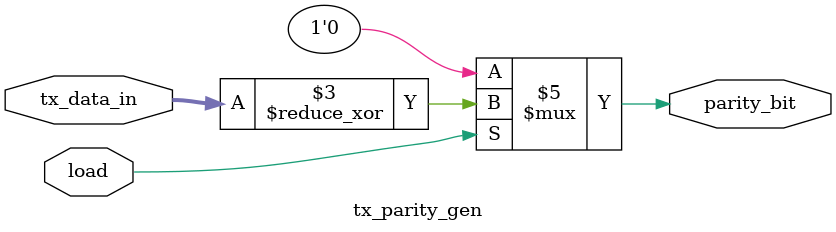
<source format=v>
module tx_parity_gen(tx_data_in ,load , parity_bit);

input [7:0] tx_data_in;
input load;
output reg parity_bit ;


always@(*)
if(load==0) 

parity_bit=1'b0;

else
 parity_bit =^(tx_data_in) ;


endmodule


</source>
